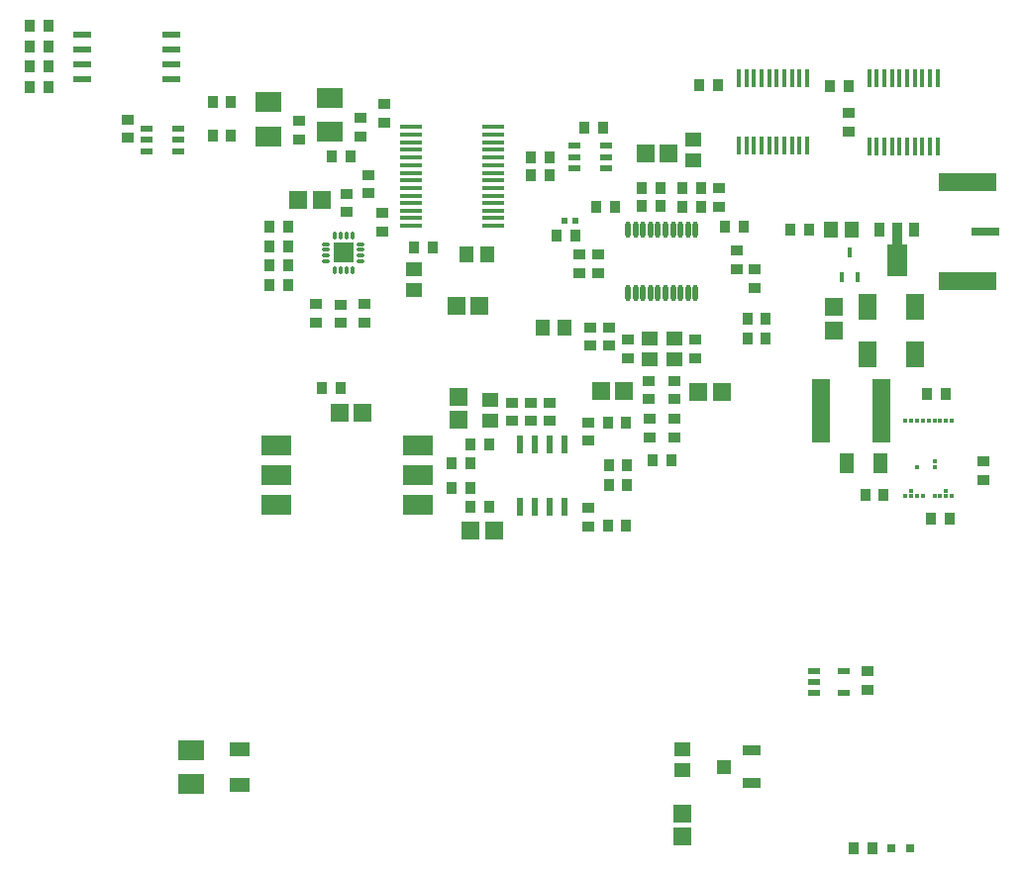
<source format=gtp>
G04 Layer_Color=8421504*
%FSLAX23Y23*%
%MOIN*%
G70*
G01*
G75*
%ADD11R,0.059X0.059*%
%ADD12R,0.037X0.039*%
%ADD13R,0.045X0.057*%
%ADD14R,0.045X0.071*%
%ADD15R,0.039X0.037*%
%ADD16R,0.039X0.035*%
%ADD17R,0.057X0.045*%
%ADD18R,0.059X0.059*%
%ADD19R,0.035X0.039*%
%ADD20R,0.018X0.059*%
%ADD21R,0.018X0.035*%
%ADD22O,0.018X0.057*%
%ADD23R,0.023X0.024*%
%ADD24R,0.073X0.018*%
%ADD25R,0.089X0.071*%
%ADD26R,0.043X0.022*%
%ADD27R,0.061X0.022*%
%ADD28R,0.051X0.051*%
%ADD29R,0.063X0.035*%
%ADD30R,0.043X0.024*%
%ADD31R,0.193X0.063*%
%ADD32R,0.093X0.028*%
%ADD33R,0.067X0.106*%
%ADD34R,0.035X0.051*%
%ADD35R,0.035X0.075*%
%ADD36R,0.061X0.087*%
%ADD37R,0.059X0.213*%
%ADD38R,0.013X0.013*%
%ADD39R,0.024X0.061*%
%ADD40R,0.100X0.065*%
%ADD41R,0.069X0.069*%
%ADD42O,0.031X0.012*%
%ADD43O,0.012X0.031*%
%ADD44R,0.071X0.045*%
%ADD45R,0.031X0.031*%
D11*
X2320Y-633D02*
D03*
Y-711D02*
D03*
X1568Y692D02*
D03*
Y770D02*
D03*
X2832Y1073D02*
D03*
Y995D02*
D03*
D12*
X1141Y1581D02*
D03*
X1203D02*
D03*
X1419Y1272D02*
D03*
X1481D02*
D03*
X2070Y683D02*
D03*
X2132D02*
D03*
X2073Y540D02*
D03*
X2135D02*
D03*
X2073Y473D02*
D03*
X2135D02*
D03*
X2070Y336D02*
D03*
X2132D02*
D03*
X2440Y1820D02*
D03*
X2378D02*
D03*
X2881Y1817D02*
D03*
X2819D02*
D03*
X2321Y1410D02*
D03*
X2383D02*
D03*
X2321Y1474D02*
D03*
X2383D02*
D03*
X2686Y1332D02*
D03*
X2748D02*
D03*
X2186Y1412D02*
D03*
X2249D02*
D03*
X2186Y1475D02*
D03*
X2249D02*
D03*
X2093Y1410D02*
D03*
X2030D02*
D03*
X1898Y1314D02*
D03*
X1961D02*
D03*
X802Y1763D02*
D03*
X740D02*
D03*
X802Y1649D02*
D03*
X740D02*
D03*
X3146Y780D02*
D03*
X3209D02*
D03*
X3159Y361D02*
D03*
X3221D02*
D03*
X2999Y439D02*
D03*
X2937D02*
D03*
X1607Y546D02*
D03*
X1545D02*
D03*
X1607Y464D02*
D03*
X1545D02*
D03*
X994Y1343D02*
D03*
X932D02*
D03*
X994Y1278D02*
D03*
X932D02*
D03*
X994Y1213D02*
D03*
X932D02*
D03*
X994Y1148D02*
D03*
X932D02*
D03*
X2054Y1676D02*
D03*
X1991D02*
D03*
D13*
X1852Y1004D02*
D03*
X1923D02*
D03*
X1663Y1249D02*
D03*
X1593D02*
D03*
X2820Y1332D02*
D03*
X2890D02*
D03*
D14*
X2875Y548D02*
D03*
X2989D02*
D03*
D15*
X1311Y1327D02*
D03*
Y1389D02*
D03*
X2294Y762D02*
D03*
Y825D02*
D03*
X2209Y762D02*
D03*
Y825D02*
D03*
X1811Y689D02*
D03*
Y751D02*
D03*
X2074Y942D02*
D03*
Y1005D02*
D03*
X2010D02*
D03*
Y942D02*
D03*
X2445Y1474D02*
D03*
Y1411D02*
D03*
X2503Y1201D02*
D03*
Y1263D02*
D03*
X2566Y1200D02*
D03*
Y1138D02*
D03*
X2037Y1251D02*
D03*
Y1188D02*
D03*
X1975D02*
D03*
Y1251D02*
D03*
X1318Y1693D02*
D03*
Y1756D02*
D03*
X1239Y1648D02*
D03*
Y1711D02*
D03*
X1031Y1699D02*
D03*
Y1636D02*
D03*
X454Y1704D02*
D03*
Y1642D02*
D03*
X1172Y1081D02*
D03*
Y1019D02*
D03*
X1251Y1083D02*
D03*
Y1020D02*
D03*
X1089Y1083D02*
D03*
Y1020D02*
D03*
X3333Y552D02*
D03*
Y489D02*
D03*
X1874Y751D02*
D03*
Y689D02*
D03*
X1749Y751D02*
D03*
Y689D02*
D03*
X1266Y1456D02*
D03*
Y1518D02*
D03*
X2946Y-215D02*
D03*
Y-152D02*
D03*
D16*
X1190Y1455D02*
D03*
Y1393D02*
D03*
X2006Y685D02*
D03*
Y623D02*
D03*
X2005Y335D02*
D03*
Y397D02*
D03*
X2210Y634D02*
D03*
Y697D02*
D03*
X2294Y634D02*
D03*
Y697D02*
D03*
X2365Y964D02*
D03*
Y901D02*
D03*
X2138Y964D02*
D03*
Y901D02*
D03*
X2882Y1727D02*
D03*
Y1665D02*
D03*
D17*
X1418Y1201D02*
D03*
Y1131D02*
D03*
X2294Y897D02*
D03*
Y968D02*
D03*
X2210Y897D02*
D03*
Y968D02*
D03*
X2359Y1566D02*
D03*
Y1637D02*
D03*
X2320Y-485D02*
D03*
Y-415D02*
D03*
X1673Y759D02*
D03*
Y689D02*
D03*
D18*
X1609Y321D02*
D03*
X1687D02*
D03*
X2047Y791D02*
D03*
X2126D02*
D03*
X2375Y788D02*
D03*
X2453D02*
D03*
X2198Y1589D02*
D03*
X2276D02*
D03*
X1029Y1434D02*
D03*
X1107D02*
D03*
X1561Y1076D02*
D03*
X1639D02*
D03*
X1167Y717D02*
D03*
X1245D02*
D03*
D19*
X2221Y556D02*
D03*
X2283D02*
D03*
X2529Y1343D02*
D03*
X2466D02*
D03*
X1812Y1517D02*
D03*
X1875D02*
D03*
Y1578D02*
D03*
X1812D02*
D03*
X187Y1814D02*
D03*
X124D02*
D03*
X187Y1883D02*
D03*
X124D02*
D03*
X187Y1951D02*
D03*
X124D02*
D03*
X2961Y-750D02*
D03*
X2898D02*
D03*
X2540Y1033D02*
D03*
X2602D02*
D03*
X2540Y967D02*
D03*
X2602D02*
D03*
X1608Y610D02*
D03*
X1670D02*
D03*
X1608Y400D02*
D03*
X1670D02*
D03*
X1170Y801D02*
D03*
X1108D02*
D03*
X187Y2019D02*
D03*
X124D02*
D03*
D20*
X2511Y1844D02*
D03*
X2537D02*
D03*
X2562D02*
D03*
X2588D02*
D03*
X2613D02*
D03*
X2639D02*
D03*
X2665D02*
D03*
X2690D02*
D03*
X2716D02*
D03*
X2741D02*
D03*
Y1616D02*
D03*
X2716D02*
D03*
X2690D02*
D03*
X2665D02*
D03*
X2639D02*
D03*
X2613D02*
D03*
X2588D02*
D03*
X2562D02*
D03*
X2537D02*
D03*
X2511D02*
D03*
X2950Y1842D02*
D03*
X2975D02*
D03*
X3001D02*
D03*
X3027D02*
D03*
X3052D02*
D03*
X3078D02*
D03*
X3103D02*
D03*
X3129D02*
D03*
X3155D02*
D03*
X3180D02*
D03*
Y1614D02*
D03*
X3155D02*
D03*
X3129D02*
D03*
X3103D02*
D03*
X3078D02*
D03*
X3052D02*
D03*
X3027D02*
D03*
X3001D02*
D03*
X2975D02*
D03*
X2950D02*
D03*
D21*
X2884Y1256D02*
D03*
X2910Y1174D02*
D03*
X2858D02*
D03*
D22*
X2365Y1334D02*
D03*
X2340D02*
D03*
X2315D02*
D03*
X2290D02*
D03*
X2265D02*
D03*
X2239D02*
D03*
X2214D02*
D03*
X2189D02*
D03*
X2164D02*
D03*
X2139D02*
D03*
X2365Y1120D02*
D03*
X2340D02*
D03*
X2315D02*
D03*
X2290D02*
D03*
X2265D02*
D03*
X2239D02*
D03*
X2214D02*
D03*
X2189D02*
D03*
X2164D02*
D03*
X2139D02*
D03*
D23*
X1962Y1365D02*
D03*
X1925D02*
D03*
D24*
X1408Y1346D02*
D03*
Y1372D02*
D03*
Y1397D02*
D03*
Y1423D02*
D03*
Y1448D02*
D03*
Y1474D02*
D03*
Y1500D02*
D03*
Y1525D02*
D03*
Y1551D02*
D03*
Y1576D02*
D03*
Y1602D02*
D03*
Y1628D02*
D03*
Y1653D02*
D03*
Y1679D02*
D03*
X1684D02*
D03*
Y1653D02*
D03*
Y1628D02*
D03*
Y1602D02*
D03*
Y1576D02*
D03*
Y1551D02*
D03*
Y1525D02*
D03*
Y1500D02*
D03*
Y1474D02*
D03*
Y1448D02*
D03*
Y1423D02*
D03*
Y1397D02*
D03*
Y1372D02*
D03*
Y1346D02*
D03*
D25*
X1135Y1778D02*
D03*
Y1664D02*
D03*
X928Y1762D02*
D03*
Y1648D02*
D03*
X668Y-420D02*
D03*
Y-534D02*
D03*
D26*
X623Y1673D02*
D03*
Y1636D02*
D03*
Y1598D02*
D03*
X517D02*
D03*
Y1636D02*
D03*
Y1673D02*
D03*
X2064Y1541D02*
D03*
Y1578D02*
D03*
Y1616D02*
D03*
X1958D02*
D03*
Y1578D02*
D03*
Y1541D02*
D03*
D27*
X601Y1990D02*
D03*
Y1940D02*
D03*
Y1890D02*
D03*
Y1840D02*
D03*
X301D02*
D03*
Y1890D02*
D03*
Y1940D02*
D03*
Y1990D02*
D03*
D28*
X2460Y-475D02*
D03*
D29*
X2556Y-420D02*
D03*
Y-530D02*
D03*
D30*
X2764Y-152D02*
D03*
Y-189D02*
D03*
Y-227D02*
D03*
X2866D02*
D03*
Y-152D02*
D03*
D31*
X3280Y1159D02*
D03*
Y1493D02*
D03*
D32*
X3342Y1326D02*
D03*
D33*
X3043Y1230D02*
D03*
D34*
X2984Y1332D02*
D03*
X3102D02*
D03*
D35*
X3043Y1321D02*
D03*
D36*
X2944Y912D02*
D03*
Y1073D02*
D03*
X3104Y1073D02*
D03*
Y912D02*
D03*
D37*
X2787Y725D02*
D03*
X2991D02*
D03*
D38*
X3209Y455D02*
D03*
X3111Y436D02*
D03*
X3091D02*
D03*
X3130D02*
D03*
X3170D02*
D03*
X3189D02*
D03*
X3209D02*
D03*
X3229D02*
D03*
X3071D02*
D03*
X3091Y455D02*
D03*
X3170Y534D02*
D03*
X3111D02*
D03*
X3170Y554D02*
D03*
X3229Y691D02*
D03*
X3209D02*
D03*
X3189D02*
D03*
X3170D02*
D03*
X3150D02*
D03*
X3130D02*
D03*
X3111D02*
D03*
X3091D02*
D03*
X3071D02*
D03*
D39*
X1924Y611D02*
D03*
X1874D02*
D03*
X1824D02*
D03*
X1774D02*
D03*
X1924Y399D02*
D03*
X1874D02*
D03*
X1824D02*
D03*
X1774D02*
D03*
D40*
X1431Y406D02*
D03*
Y506D02*
D03*
Y606D02*
D03*
X956D02*
D03*
Y506D02*
D03*
Y406D02*
D03*
D41*
X1180Y1256D02*
D03*
D42*
X1121Y1226D02*
D03*
Y1246D02*
D03*
Y1266D02*
D03*
Y1285D02*
D03*
X1239D02*
D03*
Y1266D02*
D03*
Y1246D02*
D03*
Y1226D02*
D03*
D43*
X1150Y1315D02*
D03*
X1170D02*
D03*
X1190D02*
D03*
X1210D02*
D03*
Y1197D02*
D03*
X1190D02*
D03*
X1170D02*
D03*
X1150D02*
D03*
D44*
X832Y-536D02*
D03*
Y-418D02*
D03*
D45*
X3088Y-750D02*
D03*
X3025D02*
D03*
M02*

</source>
